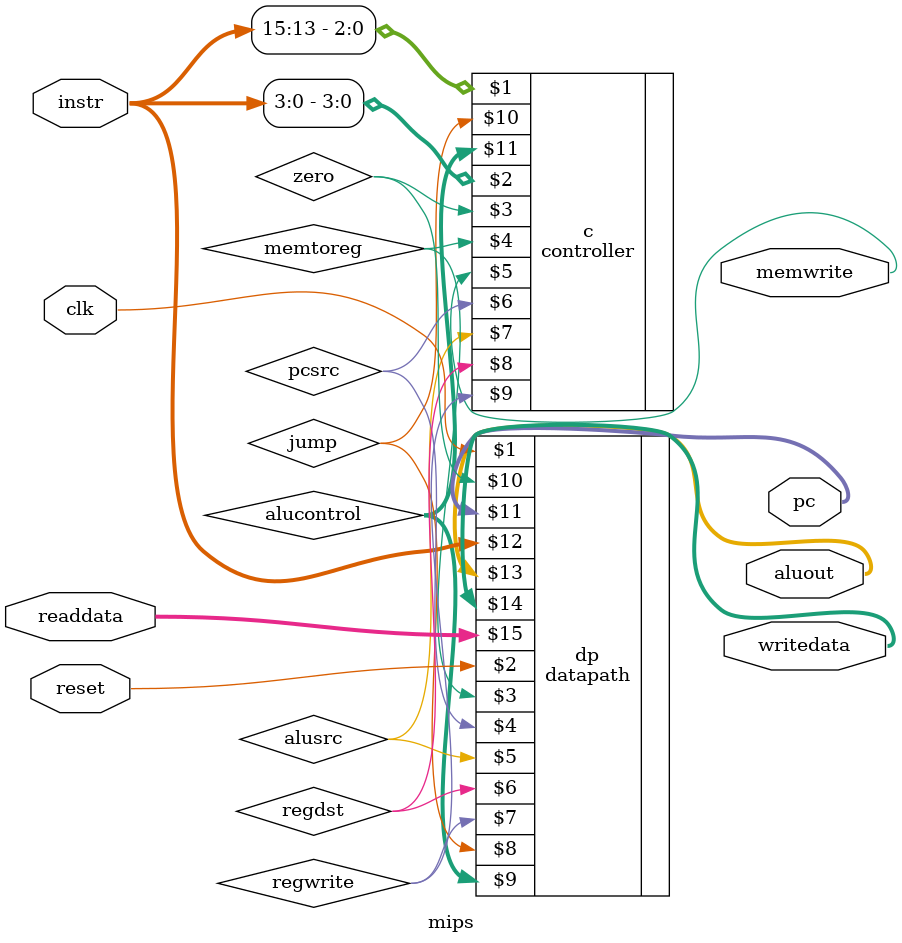
<source format=v>
`include "controller.v"
`include "datapath.v"
module mips(input          clk, reset,
            output  [15:0] pc,
            input   [15:0] instr,
            output         memwrite,
            output  [7:0] aluout, writedata,
            input   [7:0] readdata);

wire      memtoreg, alusrc, regdst, 
              regwrite, jump, pcsrc, zero;
wire [2:0] alucontrol;

controller c(instr[15:13], instr[3:0], zero,
               memtoreg, memwrite, pcsrc,
               alusrc, regdst, regwrite, jump,
               alucontrol);
datapath dp(clk, reset, memtoreg, pcsrc,
              alusrc, regdst, regwrite, jump,
              alucontrol,
              zero, pc, instr,
              aluout, writedata, readdata);

endmodule
</source>
